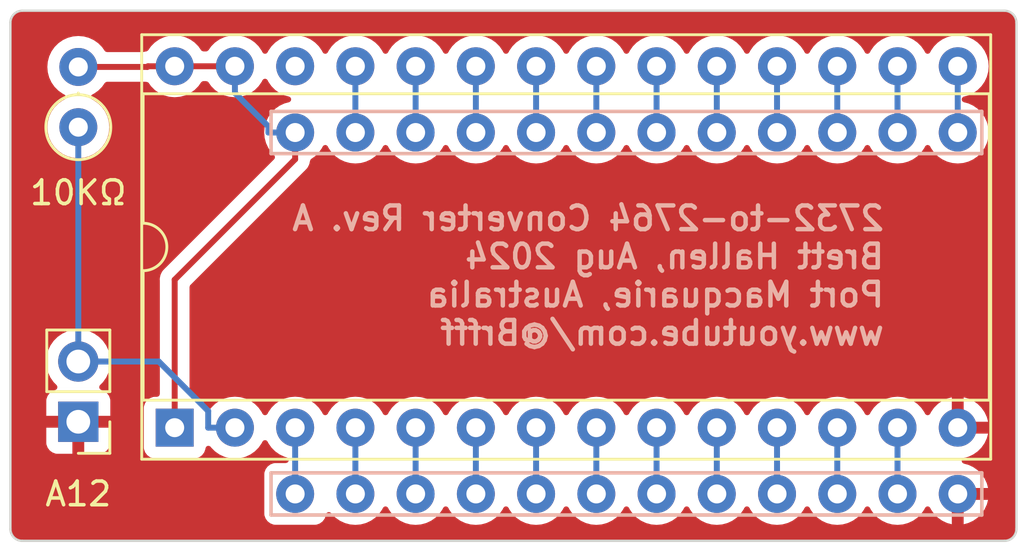
<source format=kicad_pcb>
(kicad_pcb (version 20241229) (generator "pcbnew") (generator_version "9.0")
  (title_block (title "2764 to 2732 Adapator") (date "21-Aug-2024") (rev "A") (company "Brett Hallen") (comment 1 "www.youtube.com/@Brfff"))
  (layers (0 "F.Cu" signal) (2 "B.Cu" signal) (13 "F.Paste" user) (15 "B.Paste" user) (5 "F.SilkS" user "F.Silkscreen") (7 "B.SilkS" user "B.Silkscreen") (1 "F.Mask" user) (3 "B.Mask" user) (25 "Edge.Cuts" user))
  (net 0 "")
  (net 1 "A07")
  (net 2 "A06")
  (net 3 "A05")
  (net 4 "A04")
  (net 5 "A03")
  (net 6 "A02")
  (net 7 "A01")
  (net 8 "A00")
  (net 9 "D0")
  (net 10 "D1")
  (net 11 "D2")
  (net 12 "GND")
  (net 13 "D3")
  (net 14 "D4")
  (net 15 "D5")
  (net 16 "D6")
  (net 17 "D7")
  (net 18 "~{CE}")
  (net 19 "A10")
  (net 20 "~{OE}")
  (net 21 "A11")
  (net 22 "A09")
  (net 23 "A08")
  (net 24 "VCC")
  (net 25 "Net-(J2-Pin_2)")
  (footprint "Connector_PinHeader_2.54mm:PinHeader_1x02_P2.54mm_Vertical" (layer "F.Cu") (at 86.928 71.161 180)
    (property "Reference" "J3" (hide yes))
    (property "Value" "A12" (at 0 -3.043 0) (layer "F.SilkS"))
    (fp_line (start 1.33 1.27) (end 1.33 3.87) (stroke (width 0.12)) (layer "F.SilkS"))
    (fp_line (start -1.33 3.87) (end 1.33 3.87) (stroke (width 0.12)) (layer "F.SilkS"))
    (fp_line (start -1.33 1.27) (end 1.33 1.27) (stroke (width 0.12)) (layer "F.SilkS"))
    (fp_line (start -1.33 1.27) (end -1.33 3.87) (stroke (width 0.12)) (layer "F.SilkS"))
    (fp_line (start -1.33 0) (end -1.33 -1.33) (stroke (width 0.12)) (layer "F.SilkS"))
    (fp_line (start -1.33 -1.33) (end 0 -1.33) (stroke (width 0.12)) (layer "F.SilkS"))
    (pad "1" thru_hole rect (at 0 0 180) (size 1.7 1.7) (drill 1) (layers "*.Cu" "*.Mask") (net 12 "GND"))
    (pad "2" thru_hole oval (at 0 2.54 180) (size 1.7 1.7) (drill 1) (layers "*.Cu" "*.Mask") (net 25 "Net-(J2-Pin_2)"))
  )
  (footprint "Open2327RomAdapter:DIP-24_W15.24mm-Notch" (layer "F.Cu") (at 96.072 74.204 90)
    (property "Reference" "J1" (hide yes))
    (property "Value" "2732_ROM_Socket" (hide yes))
    (fp_line (start 16.129 -1.016) (end 16.129 28.956) (stroke (width 0.15)) (layer "B.SilkS"))
    (fp_line (start 14.351 -1.016) (end 16.129 -1.016) (stroke (width 0.15)) (layer "B.SilkS"))
    (fp_line (start 0.889 -1.016) (end 0.889 28.956) (stroke (width 0.15)) (layer "B.SilkS"))
    (fp_line (start -0.889 -1.016) (end 0.889 -1.016) (stroke (width 0.15)) (layer "B.SilkS"))
    (fp_line (start 16.129 28.956) (end 14.351 28.956) (stroke (width 0.15)) (layer "B.SilkS"))
    (fp_line (start 14.351 28.956) (end 14.351 -1.016) (stroke (width 0.15)) (layer "B.SilkS"))
    (fp_line (start 0.889 28.956) (end -0.889 28.956) (stroke (width 0.15)) (layer "B.SilkS"))
    (fp_line (start -0.889 28.956) (end -0.889 -1.016) (stroke (width 0.15)) (layer "B.SilkS"))
    (pad "1" thru_hole oval (at 0 0 90) (size 1.6 1.6) (drill 0.8) (layers "*.Cu" "*.Mask") (net 1 "A07"))
    (pad "2" thru_hole oval (at 0 2.54 90) (size 1.6 1.6) (drill 0.8) (layers "*.Cu" "*.Mask") (net 2 "A06"))
    (pad "3" thru_hole oval (at 0 5.08 90) (size 1.6 1.6) (drill 0.8) (layers "*.Cu" "*.Mask") (net 3 "A05"))
    (pad "4" thru_hole oval (at 0 7.62 90) (size 1.6 1.6) (drill 0.8) (layers "*.Cu" "*.Mask") (net 4 "A04"))
    (pad "5" thru_hole oval (at 0 10.16 90) (size 1.6 1.6) (drill 0.8) (layers "*.Cu" "*.Mask") (net 5 "A03"))
    (pad "6" thru_hole oval (at 0 12.7 90) (size 1.6 1.6) (drill 0.8) (layers "*.Cu" "*.Mask") (net 6 "A02"))
    (pad "7" thru_hole oval (at 0 15.24 90) (size 1.6 1.6) (drill 0.8) (layers "*.Cu" "*.Mask") (net 7 "A01"))
    (pad "8" thru_hole oval (at 0 17.78 90) (size 1.6 1.6) (drill 0.8) (layers "*.Cu" "*.Mask") (net 8 "A00"))
    (pad "9" thru_hole oval (at 0 20.32 90) (size 1.6 1.6) (drill 0.8) (layers "*.Cu" "*.Mask") (net 9 "D0"))
    (pad "10" thru_hole oval (at 0 22.86 90) (size 1.6 1.6) (drill 0.8) (layers "*.Cu" "*.Mask") (net 10 "D1"))
    (pad "11" thru_hole oval (at 0 25.4 90) (size 1.6 1.6) (drill 0.8) (layers "*.Cu" "*.Mask") (net 11 "D2"))
    (pad "12" thru_hole oval (at 0 27.94 90) (size 1.6 1.6) (drill 0.8) (layers "*.Cu" "*.Mask") (net 12 "GND"))
    (pad "13" thru_hole oval (at 15.24 27.94 90) (size 1.6 1.6) (drill 0.8) (layers "*.Cu" "*.Mask") (net 13 "D3"))
    (pad "14" thru_hole oval (at 15.24 25.4 90) (size 1.6 1.6) (drill 0.8) (layers "*.Cu" "*.Mask") (net 14 "D4"))
    (pad "15" thru_hole oval (at 15.24 22.86 90) (size 1.6 1.6) (drill 0.8) (layers "*.Cu" "*.Mask") (net 15 "D5"))
    (pad "16" thru_hole oval (at 15.24 20.32 90) (size 1.6 1.6) (drill 0.8) (layers "*.Cu" "*.Mask") (net 16 "D6"))
    (pad "17" thru_hole oval (at 15.24 17.78 90) (size 1.6 1.6) (drill 0.8) (layers "*.Cu" "*.Mask") (net 17 "D7"))
    (pad "18" thru_hole oval (at 15.24 15.24 90) (size 1.6 1.6) (drill 0.8) (layers "*.Cu" "*.Mask") (net 18 "~{CE}"))
    (pad "19" thru_hole oval (at 15.24 12.7 90) (size 1.6 1.6) (drill 0.8) (layers "*.Cu" "*.Mask") (net 19 "A10"))
    (pad "20" thru_hole oval (at 15.24 10.16 90) (size 1.6 1.6) (drill 0.8) (layers "*.Cu" "*.Mask") (net 20 "~{OE}"))
    (pad "21" thru_hole oval (at 15.24 7.62 90) (size 1.6 1.6) (drill 0.8) (layers "*.Cu" "*.Mask") (net 21 "A11"))
    (pad "22" thru_hole oval (at 15.24 5.08 90) (size 1.6 1.6) (drill 0.8) (layers "*.Cu" "*.Mask") (net 22 "A09"))
    (pad "23" thru_hole oval (at 15.24 2.54 90) (size 1.6 1.6) (drill 0.8) (layers "*.Cu" "*.Mask") (net 23 "A08"))
    (pad "24" thru_hole oval (at 15.24 0 90) (size 1.6 1.6) (drill 0.8) (layers "*.Cu" "*.Mask") (net 24 "VCC"))
  )
  (footprint "Resistor_THT:R_Axial_DIN0207_L6.3mm_D2.5mm_P2.54mm_Vertical" (layer "F.Cu") (at 86.928 58.739 90)
    (property "Reference" "R1" (hide yes))
    (property "Value" "10KΩ" (at -2.765 0 0) (layer "F.SilkS"))
    (fp_line (start 1.37 0) (end 1.44 0) (stroke (width 0.12)) (layer "F.SilkS"))
    (fp_circle (center 0 0) (end 1.37 0) (stroke (width 0.12)) (fill no) (layer "F.SilkS"))
    (pad "1" thru_hole circle (at 0 0 90) (size 1.6 1.6) (drill 0.8) (layers "*.Cu" "*.Mask") (net 25 "Net-(J2-Pin_2)"))
    (pad "2" thru_hole oval (at 2.54 0 90) (size 1.6 1.6) (drill 0.8) (layers "*.Cu" "*.Mask") (net 24 "VCC"))
  )
  (footprint "Package_DIP:DIP-28_W15.24mm_Socket" (layer "F.Cu") (at 90.992 71.41 90)
    (property "Reference" "J2" (hide yes))
    (property "Value" "2764" (hide yes))
    (fp_line (start 16.57 -1.39) (end -1.33 -1.39) (stroke (width 0.12)) (layer "F.SilkS"))
    (fp_line (start -1.33 -1.39) (end -1.33 34.41) (stroke (width 0.12)) (layer "F.SilkS"))
    (fp_line (start 14.08 -1.33) (end 8.62 -1.33) (stroke (width 0.12)) (layer "F.SilkS"))
    (fp_line (start 6.62 -1.33) (end 1.16 -1.33) (stroke (width 0.12)) (layer "F.SilkS"))
    (fp_line (start 1.16 -1.33) (end 1.16 34.35) (stroke (width 0.12)) (layer "F.SilkS"))
    (fp_line (start 14.08 34.35) (end 14.08 -1.33) (stroke (width 0.12)) (layer "F.SilkS"))
    (fp_line (start 1.16 34.35) (end 14.08 34.35) (stroke (width 0.12)) (layer "F.SilkS"))
    (fp_line (start 16.57 34.41) (end 16.57 -1.39) (stroke (width 0.12)) (layer "F.SilkS"))
    (fp_line (start -1.33 34.41) (end 16.57 34.41) (stroke (width 0.12)) (layer "F.SilkS"))
    (fp_arc (start 8.62 -1.33) (mid 7.62 -0.33) (end 6.62 -1.33) (stroke (width 0.12)) (layer "F.SilkS"))
    (pad "1" thru_hole rect (at 0 0 90) (size 1.6 1.6) (drill 0.8) (layers "*.Cu" "*.Mask") (net 24 "VCC"))
    (pad "2" thru_hole oval (at 0 2.54 90) (size 1.6 1.6) (drill 0.8) (layers "*.Cu" "*.Mask") (net 25 "Net-(J2-Pin_2)"))
    (pad "3" thru_hole oval (at 0 5.08 90) (size 1.6 1.6) (drill 0.8) (layers "*.Cu" "*.Mask") (net 1 "A07"))
    (pad "4" thru_hole oval (at 0 7.62 90) (size 1.6 1.6) (drill 0.8) (layers "*.Cu" "*.Mask") (net 2 "A06"))
    (pad "5" thru_hole oval (at 0 10.16 90) (size 1.6 1.6) (drill 0.8) (layers "*.Cu" "*.Mask") (net 3 "A05"))
    (pad "6" thru_hole oval (at 0 12.7 90) (size 1.6 1.6) (drill 0.8) (layers "*.Cu" "*.Mask") (net 4 "A04"))
    (pad "7" thru_hole oval (at 0 15.24 90) (size 1.6 1.6) (drill 0.8) (layers "*.Cu" "*.Mask") (net 5 "A03"))
    (pad "8" thru_hole oval (at 0 17.78 90) (size 1.6 1.6) (drill 0.8) (layers "*.Cu" "*.Mask") (net 6 "A02"))
    (pad "9" thru_hole oval (at 0 20.32 90) (size 1.6 1.6) (drill 0.8) (layers "*.Cu" "*.Mask") (net 7 "A01"))
    (pad "10" thru_hole oval (at 0 22.86 90) (size 1.6 1.6) (drill 0.8) (layers "*.Cu" "*.Mask") (net 8 "A00"))
    (pad "11" thru_hole oval (at 0 25.4 90) (size 1.6 1.6) (drill 0.8) (layers "*.Cu" "*.Mask") (net 9 "D0"))
    (pad "12" thru_hole oval (at 0 27.94 90) (size 1.6 1.6) (drill 0.8) (layers "*.Cu" "*.Mask") (net 10 "D1"))
    (pad "13" thru_hole oval (at 0 30.48 90) (size 1.6 1.6) (drill 0.8) (layers "*.Cu" "*.Mask") (net 11 "D2"))
    (pad "14" thru_hole oval (at 0 33.02 90) (size 1.6 1.6) (drill 0.8) (layers "*.Cu" "*.Mask") (net 12 "GND"))
    (pad "15" thru_hole oval (at 15.24 33.02 90) (size 1.6 1.6) (drill 0.8) (layers "*.Cu" "*.Mask") (net 13 "D3"))
    (pad "16" thru_hole oval (at 15.24 30.48 90) (size 1.6 1.6) (drill 0.8) (layers "*.Cu" "*.Mask") (net 14 "D4"))
    (pad "17" thru_hole oval (at 15.24 27.94 90) (size 1.6 1.6) (drill 0.8) (layers "*.Cu" "*.Mask") (net 15 "D5"))
    (pad "18" thru_hole oval (at 15.24 25.4 90) (size 1.6 1.6) (drill 0.8) (layers "*.Cu" "*.Mask") (net 16 "D6"))
    (pad "19" thru_hole oval (at 15.24 22.86 90) (size 1.6 1.6) (drill 0.8) (layers "*.Cu" "*.Mask") (net 17 "D7"))
    (pad "20" thru_hole oval (at 15.24 20.32 90) (size 1.6 1.6) (drill 0.8) (layers "*.Cu" "*.Mask") (net 18 "~{CE}"))
    (pad "21" thru_hole oval (at 15.24 17.78 90) (size 1.6 1.6) (drill 0.8) (layers "*.Cu" "*.Mask") (net 19 "A10"))
    (pad "22" thru_hole oval (at 15.24 15.24 90) (size 1.6 1.6) (drill 0.8) (layers "*.Cu" "*.Mask") (net 20 "~{OE}"))
    (pad "23" thru_hole oval (at 15.24 12.7 90) (size 1.6 1.6) (drill 0.8) (layers "*.Cu" "*.Mask") (net 21 "A11"))
    (pad "24" thru_hole oval (at 15.24 10.16 90) (size 1.6 1.6) (drill 0.8) (layers "*.Cu" "*.Mask") (net 22 "A09"))
    (pad "25" thru_hole oval (at 15.24 7.62 90) (size 1.6 1.6) (drill 0.8) (layers "*.Cu" "*.Mask") (net 23 "A08"))
    (pad "26" thru_hole oval (at 15.24 5.08 90) (size 1.6 1.6) (drill 0.8) (layers "*.Cu" "*.Mask"))
    (pad "27" thru_hole oval (at 15.24 2.54 90) (size 1.6 1.6) (drill 0.8) (layers "*.Cu" "*.Mask") (net 24 "VCC"))
    (pad "28" thru_hole oval (at 15.24 0 90) (size 1.6 1.6) (drill 0.8) (layers "*.Cu" "*.Mask") (net 24 "VCC"))
  )
  (gr_line (start 84.066371 75.681569) (end 84.066371 54.329569) (stroke (width 0.1)) (layer "Edge.Cuts"))
  (gr_line (start 84.566371 53.829569) (end 125.984371 53.829569) (stroke (width 0.1)) (layer "Edge.Cuts"))
  (gr_line (start 125.984371 76.181569) (end 84.566371 76.181569) (stroke (width 0.1)) (layer "Edge.Cuts"))
  (gr_arc (start 84.566371 76.181569) (mid 84.212818 76.035122) (end 84.066371 75.681569) (stroke (width 0.1)) (layer "Edge.Cuts"))
  (gr_line (start 126.484371 54.329569) (end 126.484371 75.681569) (stroke (width 0.1)) (layer "Edge.Cuts"))
  (gr_arc (start 84.066371 54.329569) (mid 84.212827 53.976025) (end 84.566371 53.829569) (stroke (width 0.1)) (layer "Edge.Cuts"))
  (gr_arc (start 126.484371 75.681569) (mid 126.337934 76.035132) (end 125.984371 76.181569) (stroke (width 0.1)) (layer "Edge.Cuts"))
  (gr_arc (start 125.984371 53.829569) (mid 126.337954 53.976003) (end 126.484371 54.329569) (stroke (width 0.1)) (layer "Edge.Cuts"))
  (gr_text "2732-to-2764 Converter Rev. A\nBrett Hallen, Aug 2024\nPort Macquarie, Australia\nwww.youtube.com/@Brfff" (at 121 68 0) (layer "B.SilkS") (effects (font (size 1 1) (thickness 0.1875)) (justify left bottom mirror)))
  (segment (start 96.072 71.41) (end 96.072 74.204) (width 0.25) (layer "B.Cu") (net 1))
  (segment (start 98.612 71.41) (end 98.612 74.204) (width 0.25) (layer "B.Cu") (net 2))
  (segment (start 101.152 71.41) (end 101.152 74.204) (width 0.25) (layer "B.Cu") (net 3))
  (segment (start 103.692 71.41) (end 103.692 74.204) (width 0.25) (layer "B.Cu") (net 4))
  (segment (start 106.232 71.41) (end 106.232 74.204) (width 0.25) (layer "B.Cu") (net 5))
  (segment (start 108.772 71.41) (end 108.772 74.204) (width 0.25) (layer "B.Cu") (net 6))
  (segment (start 111.312 71.41) (end 111.312 74.204) (width 0.25) (layer "B.Cu") (net 7))
  (segment (start 113.852 71.41) (end 113.852 74.204) (width 0.25) (layer "B.Cu") (net 8))
  (segment (start 116.392 71.41) (end 116.392 74.204) (width 0.25) (layer "B.Cu") (net 9))
  (segment (start 118.932 71.41) (end 118.932 74.204) (width 0.25) (layer "B.Cu") (net 10))
  (segment (start 121.472 71.41) (end 121.472 74.204) (width 0.25) (layer "B.Cu") (net 11))
  (segment (start 124.012 56.17) (end 124.012 58.964) (width 0.25) (layer "B.Cu") (net 13))
  (segment (start 121.472 56.17) (end 121.472 58.964) (width 0.25) (layer "B.Cu") (net 14))
  (segment (start 118.932 56.17) (end 118.932 58.964) (width 0.25) (layer "B.Cu") (net 15))
  (segment (start 116.392 56.17) (end 116.392 58.964) (width 0.25) (layer "B.Cu") (net 16))
  (segment (start 113.852 56.17) (end 113.852 58.964) (width 0.25) (layer "B.Cu") (net 17))
  (segment (start 111.312 56.17) (end 111.312 58.964) (width 0.25) (layer "B.Cu") (net 18))
  (segment (start 108.772 56.17) (end 108.772 58.964) (width 0.25) (layer "B.Cu") (net 19))
  (segment (start 106.232 56.17) (end 106.232 58.964) (width 0.25) (layer "B.Cu") (net 20))
  (segment (start 103.692 56.17) (end 103.692 58.964) (width 0.25) (layer "B.Cu") (net 21))
  (segment (start 101.152 56.17) (end 101.152 58.964) (width 0.25) (layer "B.Cu") (net 22))
  (segment (start 98.612 56.17) (end 98.612 58.964) (width 0.25) (layer "B.Cu") (net 23))
  (segment (start 90.992 56.17) (end 93.532 56.17) (width 0.25) (layer "F.Cu") (net 24))
  (segment (start 90.992 65.1709) (end 96.072 60.0909) (width 0.25) (layer "F.Cu") (net 24))
  (segment (start 90.992 56.17) (end 89.8651 56.17) (width 0.25) (layer "F.Cu") (net 24))
  (segment (start 86.928 56.199) (end 89.8361 56.199) (width 0.25) (layer "F.Cu") (net 24))
  (segment (start 96.072 58.964) (end 96.072 60.0909) (width 0.25) (layer "F.Cu") (net 24))
  (segment (start 89.8361 56.199) (end 89.8651 56.17) (width 0.25) (layer "F.Cu") (net 24))
  (segment (start 90.992 71.41) (end 90.992 65.1709) (width 0.25) (layer "F.Cu") (net 24))
  (segment (start 93.532 56.17) (end 93.532 57.2969) (width 0.25) (layer "B.Cu") (net 24))
  (segment (start 93.532 57.2969) (end 94.9451 58.71) (width 0.25) (layer "B.Cu") (net 24))
  (segment (start 94.9451 58.71) (end 94.9451 58.964) (width 0.25) (layer "B.Cu") (net 24))
  (segment (start 96.072 58.964) (end 94.9451 58.964) (width 0.25) (layer "B.Cu") (net 24))
  (segment (start 93.532 71.41) (end 92.4051 71.41) (width 0.25) (layer "B.Cu") (net 25))
  (segment (start 86.928 58.739) (end 86.928 68.621) (width 0.25) (layer "B.Cu") (net 25))
  (segment (start 90.3204 68.621) (end 86.928 68.621) (width 0.25) (layer "B.Cu") (net 25))
  (segment (start 92.4051 71.41) (end 92.4051 70.7057) (width 0.25) (layer "B.Cu") (net 25))
  (segment (start 92.4051 70.7057) (end 90.3204 68.621) (width 0.25) (layer "B.Cu") (net 25))
  (zone (net 12) (net_name "GND") (layer "F.Cu") (connect_pads (clearance 0.5)) (min_thickness 0.25) (fill yes (thermal_gap 0.5) (thermal_bridge_width 0.5))
    (polygon (pts (xy 83.626 53.376) (xy 126.806 53.376) (xy 126.806 76.998) (xy 83.626 76.998) (xy 83.626 76.744)))
  )
)
</source>
